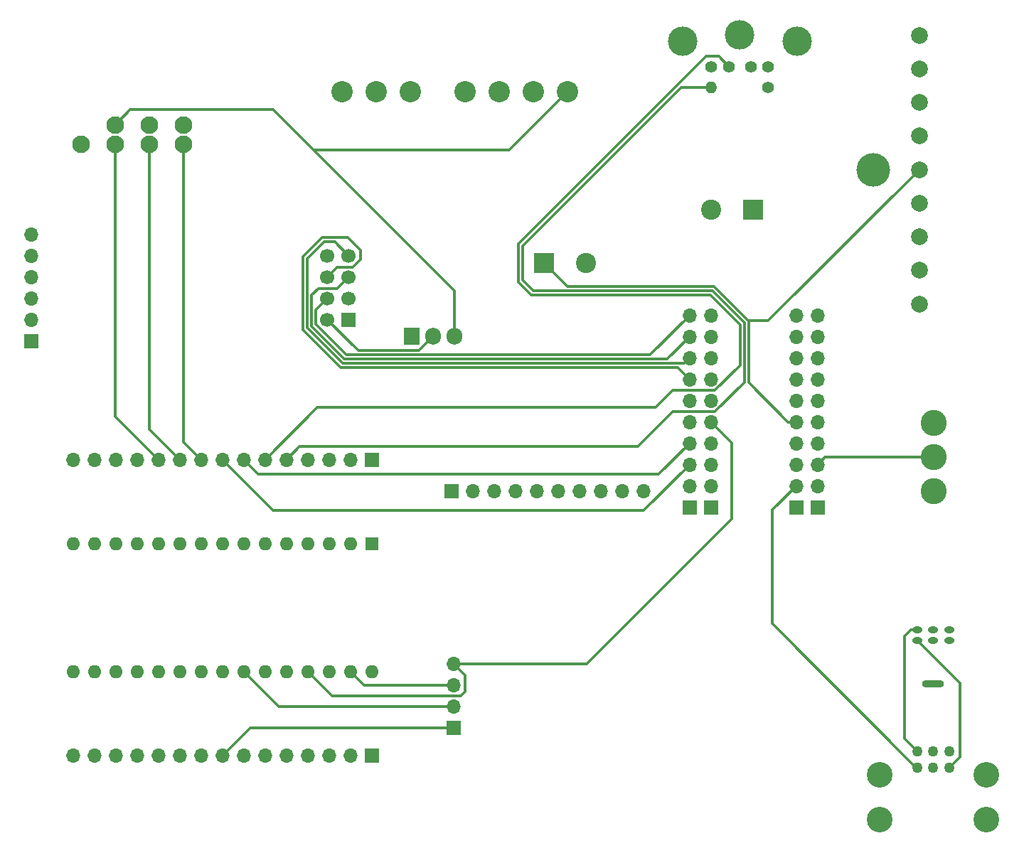
<source format=gbr>
%TF.GenerationSoftware,KiCad,Pcbnew,8.0.3*%
%TF.CreationDate,2024-06-28T16:27:34+02:00*%
%TF.ProjectId,multiradio,6d756c74-6972-4616-9469-6f2e6b696361,rev?*%
%TF.SameCoordinates,Original*%
%TF.FileFunction,Copper,L2,Bot*%
%TF.FilePolarity,Positive*%
%FSLAX46Y46*%
G04 Gerber Fmt 4.6, Leading zero omitted, Abs format (unit mm)*
G04 Created by KiCad (PCBNEW 8.0.3) date 2024-06-28 16:27:34*
%MOMM*%
%LPD*%
G01*
G04 APERTURE LIST*
%TA.AperFunction,ComponentPad*%
%ADD10R,1.700000X1.700000*%
%TD*%
%TA.AperFunction,ComponentPad*%
%ADD11O,1.700000X1.700000*%
%TD*%
%TA.AperFunction,ComponentPad*%
%ADD12C,3.048000*%
%TD*%
%TA.AperFunction,ComponentPad*%
%ADD13C,1.270000*%
%TD*%
%TA.AperFunction,ComponentPad*%
%ADD14C,4.000000*%
%TD*%
%TA.AperFunction,ComponentPad*%
%ADD15C,2.000000*%
%TD*%
%TA.AperFunction,ComponentPad*%
%ADD16R,2.400000X2.400000*%
%TD*%
%TA.AperFunction,ComponentPad*%
%ADD17C,2.400000*%
%TD*%
%TA.AperFunction,ComponentPad*%
%ADD18C,2.540000*%
%TD*%
%TA.AperFunction,ComponentPad*%
%ADD19R,1.905000X2.000000*%
%TD*%
%TA.AperFunction,ComponentPad*%
%ADD20O,1.905000X2.000000*%
%TD*%
%TA.AperFunction,ComponentPad*%
%ADD21C,3.100000*%
%TD*%
%TA.AperFunction,ComponentPad*%
%ADD22O,2.650000X0.850000*%
%TD*%
%TA.AperFunction,ComponentPad*%
%ADD23O,1.200000X0.800000*%
%TD*%
%TA.AperFunction,ComponentPad*%
%ADD24C,1.422400*%
%TD*%
%TA.AperFunction,ComponentPad*%
%ADD25O,1.422400X1.422400*%
%TD*%
%TA.AperFunction,ComponentPad*%
%ADD26C,3.500000*%
%TD*%
%TA.AperFunction,ComponentPad*%
%ADD27C,2.100000*%
%TD*%
%TA.AperFunction,ComponentPad*%
%ADD28C,1.700000*%
%TD*%
%TA.AperFunction,ComponentPad*%
%ADD29R,1.600000X1.600000*%
%TD*%
%TA.AperFunction,ComponentPad*%
%ADD30O,1.600000X1.600000*%
%TD*%
%TA.AperFunction,Conductor*%
%ADD31C,0.300000*%
%TD*%
G04 APERTURE END LIST*
D10*
%TO.P,Display1,1,SDA*%
%TO.N,Net-(A1-A4)*%
X133537000Y-121365000D03*
D11*
%TO.P,Display1,2,SCL*%
%TO.N,Net-(A1-A5)*%
X133537000Y-118825000D03*
%TO.P,Display1,3,GND*%
%TO.N,Net-(3v3_regulator1-GND)*%
X133537000Y-116285000D03*
%TO.P,Display1,4,VCC*%
%TO.N,Net-(3v3_regulator1-VI)*%
X133537000Y-113745000D03*
%TD*%
D12*
%TO.P,wii1,*%
%TO.N,*%
X196996750Y-132334000D03*
X196996750Y-127000000D03*
X184296750Y-132334000D03*
X184296750Y-127000000D03*
D13*
%TO.P,wii1,1,VCC_3.3V*%
%TO.N,Net-(3v3_regulator1-VO)*%
X188741750Y-124206000D03*
%TO.P,wii1,2,SCL*%
%TO.N,Net-(U2-LV2)*%
X188741750Y-126111000D03*
%TO.P,wii1,3,Detect_device*%
%TO.N,unconnected-(wii1-Detect_device-Pad3)*%
X190646750Y-124206000D03*
%TO.P,wii1,4,NC*%
%TO.N,unconnected-(wii1-NC-Pad4)*%
X190646750Y-126111000D03*
%TO.P,wii1,5,SDA*%
%TO.N,Net-(U2-LV1)*%
X192551750Y-124206000D03*
%TO.P,wii1,6,GND*%
%TO.N,Net-(3v3_regulator1-GND)*%
X192551750Y-126111000D03*
%TD*%
D14*
%TO.P,Playstation1,*%
%TO.N,*%
X183476000Y-54888000D03*
D15*
%TO.P,Playstation1,1,DATA*%
%TO.N,Net-(Playstation1-DATA)*%
X188976000Y-70888000D03*
%TO.P,Playstation1,2,CMD*%
%TO.N,Net-(Playstation1-CMD)*%
X188976000Y-66888000D03*
%TO.P,Playstation1,3,MOTOR*%
%TO.N,unconnected-(Playstation1-MOTOR-Pad3)*%
X188976000Y-62888000D03*
%TO.P,Playstation1,4,GND*%
%TO.N,Net-(3v3_regulator1-GND)*%
X188976000Y-58888000D03*
%TO.P,Playstation1,5,3.3V*%
%TO.N,Net-(3v3_regulator1-VO)*%
X188976000Y-54888000D03*
%TO.P,Playstation1,6,ATTN*%
%TO.N,Net-(Playstation1-ATTN)*%
X188976000Y-50888000D03*
%TO.P,Playstation1,7,CLK*%
%TO.N,Net-(Playstation1-CLK)*%
X188976000Y-46888000D03*
%TO.P,Playstation1,8,NC*%
%TO.N,unconnected-(Playstation1-NC-Pad8)*%
X188976000Y-42888000D03*
%TO.P,Playstation1,9,ACK*%
%TO.N,unconnected-(Playstation1-ACK-Pad9)*%
X188976000Y-38888000D03*
%TD*%
D16*
%TO.P,C2,1*%
%TO.N,Net-(3v3_regulator1-VO)*%
X144272000Y-66040000D03*
D17*
%TO.P,C2,2*%
%TO.N,Net-(3v3_regulator1-GND)*%
X149272000Y-66040000D03*
%TD*%
D18*
%TO.P,Snes1,1,5V*%
%TO.N,Net-(3v3_regulator1-VI)*%
X147121000Y-45564750D03*
%TO.P,Snes1,2,CLK*%
%TO.N,Net-(A1-D8)*%
X143057000Y-45564750D03*
%TO.P,Snes1,3,LTCH*%
%TO.N,Net-(A1-D7)*%
X138993000Y-45564750D03*
%TO.P,Snes1,4,DATA*%
%TO.N,Net-(A1-D6)*%
X134929000Y-45564750D03*
%TO.P,Snes1,5*%
%TO.N,N/C*%
X128365000Y-45564750D03*
%TO.P,Snes1,6*%
X124301000Y-45564750D03*
%TO.P,Snes1,7,GND*%
%TO.N,Net-(3v3_regulator1-GND)*%
X120237000Y-45564750D03*
%TD*%
D19*
%TO.P,3v3_regulator1,1,GND*%
%TO.N,Net-(3v3_regulator1-GND)*%
X128524000Y-74762000D03*
D20*
%TO.P,3v3_regulator1,2,VO*%
%TO.N,Net-(3v3_regulator1-VO)*%
X131064000Y-74762000D03*
%TO.P,3v3_regulator1,3,VI*%
%TO.N,Net-(3v3_regulator1-VI)*%
X133604000Y-74762000D03*
%TD*%
D21*
%TO.P,N64_controller1,1,3.3v*%
%TO.N,Net-(3v3_regulator1-VO)*%
X190647000Y-85090000D03*
%TO.P,N64_controller1,2,DATA*%
%TO.N,Net-(N64_controller1-DATA)*%
X190647000Y-89154000D03*
%TO.P,N64_controller1,3,GND*%
%TO.N,Net-(3v3_regulator1-GND)*%
X190647000Y-93218000D03*
%TD*%
D10*
%TO.P,MPU1,1,VCC*%
%TO.N,Net-(3v3_regulator1-VI)*%
X133312000Y-93161000D03*
D11*
%TO.P,MPU1,2,GND*%
%TO.N,Net-(3v3_regulator1-GND)*%
X135852000Y-93161000D03*
%TO.P,MPU1,3,SCL*%
%TO.N,Net-(A1-A5)*%
X138392000Y-93161000D03*
%TO.P,MPU1,4,SDA*%
%TO.N,Net-(A1-A4)*%
X140932000Y-93161000D03*
%TO.P,MPU1,5,EDA*%
%TO.N,unconnected-(MPU1-EDA-Pad5)*%
X143472000Y-93161000D03*
%TO.P,MPU1,6,ECL*%
%TO.N,unconnected-(MPU1-ECL-Pad6)*%
X146012000Y-93161000D03*
%TO.P,MPU1,7,ADO*%
%TO.N,unconnected-(MPU1-ADO-Pad7)*%
X148552000Y-93161000D03*
%TO.P,MPU1,8,INT*%
%TO.N,unconnected-(MPU1-INT-Pad8)*%
X151092000Y-93161000D03*
%TO.P,MPU1,9,NCS*%
%TO.N,unconnected-(MPU1-NCS-Pad9)*%
X153632000Y-93161000D03*
%TO.P,MPU1,10,FSYNC*%
%TO.N,unconnected-(MPU1-FSYNC-Pad10)*%
X156172000Y-93161000D03*
%TD*%
D22*
%TO.P,Gamecube1,0*%
%TO.N,N/C*%
X190646750Y-116097000D03*
D23*
%TO.P,Gamecube1,1,5v*%
%TO.N,unconnected-(Gamecube1-5v-Pad1)*%
X192556750Y-110982000D03*
%TO.P,Gamecube1,2,DATA*%
%TO.N,Net-(Gamecube1-DATA)*%
X190646750Y-110982000D03*
%TO.P,Gamecube1,3,GND*%
%TO.N,Net-(3v3_regulator1-GND)*%
X188736750Y-110982000D03*
%TO.P,Gamecube1,4,GND*%
X192556750Y-109712000D03*
%TO.P,Gamecube1,5,NC*%
%TO.N,unconnected-(Gamecube1-NC-Pad5)*%
X190646750Y-109712000D03*
%TO.P,Gamecube1,6,3.3v*%
%TO.N,Net-(3v3_regulator1-VO)*%
X188736750Y-109712000D03*
%TD*%
D16*
%TO.P,C1,1*%
%TO.N,Net-(3v3_regulator1-VI)*%
X169175729Y-59690000D03*
D17*
%TO.P,C1,2*%
%TO.N,Net-(3v3_regulator1-GND)*%
X164175729Y-59690000D03*
%TD*%
D24*
%TO.P,ps/2_connector1,1*%
%TO.N,unconnected-(ps/2_connector1-Pad1)*%
X170994000Y-45115000D03*
%TO.P,ps/2_connector1,2,5v*%
%TO.N,Net-(3v3_regulator1-VI)*%
X170994000Y-42615000D03*
%TO.P,ps/2_connector1,3*%
%TO.N,unconnected-(ps/2_connector1-Pad3)*%
X168894000Y-42615000D03*
%TO.P,ps/2_connector1,4,DATA*%
%TO.N,Net-(A1-D3)*%
X166294000Y-42615000D03*
%TO.P,ps/2_connector1,5,GND*%
%TO.N,Net-(3v3_regulator1-GND)*%
X164194000Y-42615000D03*
D25*
%TO.P,ps/2_connector1,6,CLK*%
%TO.N,Net-(A1-D2)*%
X164194000Y-45065000D03*
D26*
%TO.P,ps/2_connector1,SH1*%
%TO.N,N/C*%
X174394000Y-39615000D03*
%TO.P,ps/2_connector1,SH2*%
X167594000Y-38815000D03*
%TO.P,ps/2_connector1,SH3*%
X160844000Y-39615000D03*
%TD*%
D10*
%TO.P,U2,1,LV1*%
%TO.N,Net-(U2-LV1)*%
X176857000Y-95094500D03*
X174317000Y-95094500D03*
D11*
%TO.P,U2,2,LV2*%
%TO.N,Net-(U2-LV2)*%
X176857000Y-92554500D03*
X174317000Y-92554500D03*
%TO.P,U2,3,LV3*%
%TO.N,Net-(N64_controller1-DATA)*%
X176857000Y-90014500D03*
X174317000Y-90014500D03*
%TO.P,U2,4,LV4*%
%TO.N,Net-(Gamecube1-DATA)*%
X176857000Y-87474500D03*
X174317000Y-87474500D03*
%TO.P,U2,5,LV*%
%TO.N,Net-(3v3_regulator1-VO)*%
X176857000Y-84934500D03*
X174317000Y-84934500D03*
%TO.P,U2,6,GND*%
%TO.N,Net-(3v3_regulator1-GND)*%
X176857000Y-82394500D03*
X174317000Y-82394500D03*
%TO.P,U2,7,LV5*%
%TO.N,Net-(Playstation1-CMD)*%
X176857000Y-79854500D03*
X174317000Y-79854500D03*
%TO.P,U2,8,LV6*%
%TO.N,Net-(Playstation1-DATA)*%
X176857000Y-77314500D03*
X174317000Y-77314500D03*
%TO.P,U2,9,LV7*%
%TO.N,Net-(Playstation1-CLK)*%
X176857000Y-74774500D03*
X174317000Y-74774500D03*
%TO.P,U2,10,LV8*%
%TO.N,Net-(Playstation1-ATTN)*%
X176857000Y-72234500D03*
X174317000Y-72234500D03*
D10*
%TO.P,U2,11,HV1*%
%TO.N,Net-(A1-A4)*%
X164157000Y-95094500D03*
X161617000Y-95094500D03*
D11*
%TO.P,U2,12,HV2*%
%TO.N,Net-(A1-A5)*%
X164157000Y-92554500D03*
X161617000Y-92554500D03*
%TO.P,U2,13,HV3*%
%TO.N,Net-(A1-D5)*%
X164157000Y-90014500D03*
X161617000Y-90014500D03*
%TO.P,U2,14,HV4*%
%TO.N,Net-(A1-D4)*%
X164157000Y-87474500D03*
X161617000Y-87474500D03*
%TO.P,U2,15,HV*%
%TO.N,Net-(3v3_regulator1-VI)*%
X164157000Y-84934500D03*
X161617000Y-84934500D03*
%TO.P,U2,16,GND*%
%TO.N,Net-(3v3_regulator1-GND)*%
X164157000Y-82394500D03*
X161617000Y-82394500D03*
%TO.P,U2,17,HV5*%
%TO.N,Net-(A1-D11)*%
X164157000Y-79854500D03*
X161617000Y-79854500D03*
%TO.P,U2,18,HV6*%
%TO.N,Net-(A1-D12)*%
X164157000Y-77314500D03*
X161617000Y-77314500D03*
%TO.P,U2,19,HV7*%
%TO.N,Net-(A1-D13)*%
X164157000Y-74774500D03*
X161617000Y-74774500D03*
%TO.P,U2,20,HV8*%
%TO.N,Net-(A1-D10)*%
X164157000Y-72234500D03*
X161617000Y-72234500D03*
%TD*%
D27*
%TO.P,Nes1,1,5V*%
%TO.N,Net-(3v3_regulator1-VI)*%
X93218000Y-49568600D03*
%TO.P,Nes1,2,CLK*%
%TO.N,Net-(A1-D8)*%
X93218000Y-51880000D03*
%TO.P,Nes1,3,LTCH*%
%TO.N,Net-(A1-D7)*%
X97282000Y-51880000D03*
%TO.P,Nes1,4,DATA*%
%TO.N,Net-(A1-D6)*%
X101346000Y-51880000D03*
%TO.P,Nes1,5*%
%TO.N,N/C*%
X97282000Y-49568600D03*
%TO.P,Nes1,6*%
X101346000Y-49568600D03*
%TO.P,Nes1,7,GND*%
%TO.N,Net-(3v3_regulator1-GND)*%
X89154000Y-51880000D03*
%TD*%
D10*
%TO.P,NRF1,*%
%TO.N,*%
X83275000Y-75295000D03*
D11*
X83275000Y-72755000D03*
X83275000Y-70215000D03*
X83275000Y-67675000D03*
X83275000Y-65135000D03*
X83275000Y-62595000D03*
D10*
%TO.P,NRF1,1,GND*%
%TO.N,Net-(3v3_regulator1-GND)*%
X121013000Y-72755000D03*
D28*
%TO.P,NRF1,2,VCC*%
%TO.N,Net-(3v3_regulator1-VO)*%
X118473000Y-72755000D03*
%TO.P,NRF1,3,CE*%
%TO.N,Net-(A1-D9)*%
X121013000Y-70215000D03*
%TO.P,NRF1,4,~{CSN}*%
%TO.N,Net-(A1-D10)*%
X118473000Y-70215000D03*
%TO.P,NRF1,5,SCK*%
%TO.N,Net-(A1-D13)*%
X121013000Y-67675000D03*
%TO.P,NRF1,6,MOSI*%
%TO.N,Net-(A1-D11)*%
X118473000Y-67675000D03*
%TO.P,NRF1,7,MISO*%
%TO.N,Net-(A1-D12)*%
X121013000Y-65135000D03*
%TO.P,NRF1,8,IRQ*%
%TO.N,unconnected-(NRF1-IRQ-Pad8)*%
X118473000Y-65135000D03*
%TD*%
D10*
%TO.P,A1,1,D1/TX*%
%TO.N,unconnected-(A1-D1{slash}TX-Pad1)*%
X123797000Y-89445000D03*
D29*
X123797000Y-99444857D03*
D11*
%TO.P,A1,2,D0/RX*%
%TO.N,unconnected-(A1-D0{slash}RX-Pad2)*%
X121257000Y-89445000D03*
D30*
X121257000Y-99444857D03*
D11*
%TO.P,A1,3,~{RESET}*%
%TO.N,unconnected-(A1-~{RESET}-Pad3)*%
X118717000Y-89445000D03*
D30*
X118717000Y-99444857D03*
D11*
%TO.P,A1,4,GND*%
%TO.N,Net-(3v3_regulator1-GND)*%
X116177000Y-89445000D03*
D30*
X116177000Y-99444857D03*
D11*
%TO.P,A1,5,D2*%
%TO.N,Net-(A1-D2)*%
X113637000Y-89445000D03*
D30*
X113637000Y-99444857D03*
D11*
%TO.P,A1,6,D3*%
%TO.N,Net-(A1-D3)*%
X111097000Y-89445000D03*
D30*
X111097000Y-99444857D03*
D11*
%TO.P,A1,7,D4*%
%TO.N,Net-(A1-D4)*%
X108557000Y-89445000D03*
D30*
X108557000Y-99444857D03*
D11*
%TO.P,A1,8,D5*%
%TO.N,Net-(A1-D5)*%
X106017000Y-89445000D03*
D30*
X106017000Y-99444857D03*
D11*
%TO.P,A1,9,D6*%
%TO.N,Net-(A1-D6)*%
X103477000Y-89445000D03*
D30*
X103477000Y-99444857D03*
D11*
%TO.P,A1,10,D7*%
%TO.N,Net-(A1-D7)*%
X100937000Y-89445000D03*
D30*
X100937000Y-99444857D03*
D11*
%TO.P,A1,11,D8*%
%TO.N,Net-(A1-D8)*%
X98397000Y-89445000D03*
D30*
X98397000Y-99444857D03*
D11*
%TO.P,A1,12,D9*%
%TO.N,Net-(A1-D9)*%
X95857000Y-89445000D03*
D30*
X95857000Y-99444857D03*
D11*
%TO.P,A1,13,D10*%
%TO.N,Net-(A1-D10)*%
X93317000Y-89445000D03*
D30*
X93317000Y-99444857D03*
D11*
%TO.P,A1,14,D11*%
%TO.N,Net-(A1-D11)*%
X90777000Y-89445000D03*
D30*
X90777000Y-99444857D03*
D11*
%TO.P,A1,15,D12*%
%TO.N,Net-(A1-D12)*%
X88237000Y-89445000D03*
D30*
X88237000Y-99444857D03*
%TO.P,A1,16,D13*%
%TO.N,Net-(A1-D13)*%
X88237000Y-114684857D03*
D11*
X88237000Y-124685000D03*
D30*
%TO.P,A1,17,3V3*%
%TO.N,unconnected-(A1-3V3-Pad17)*%
X90777000Y-114684857D03*
D11*
X90777000Y-124685000D03*
D30*
%TO.P,A1,18,AREF*%
%TO.N,unconnected-(A1-AREF-Pad18)*%
X93317000Y-114684857D03*
D11*
X93317000Y-124685000D03*
D30*
%TO.P,A1,19,A0*%
%TO.N,unconnected-(A1-A0-Pad19)*%
X95857000Y-114684857D03*
D11*
X95857000Y-124685000D03*
D30*
%TO.P,A1,20,A1*%
%TO.N,unconnected-(A1-A1-Pad20)*%
X98397000Y-114684857D03*
D11*
X98397000Y-124685000D03*
D30*
%TO.P,A1,21,A2*%
%TO.N,unconnected-(A1-A2-Pad21)*%
X100937000Y-114684857D03*
D11*
X100937000Y-124685000D03*
D30*
%TO.P,A1,22,A3*%
%TO.N,unconnected-(A1-A3-Pad22)*%
X103477000Y-114684857D03*
D11*
X103477000Y-124685000D03*
D30*
%TO.P,A1,23,A4*%
%TO.N,Net-(A1-A4)*%
X106017000Y-114684857D03*
D11*
X106017000Y-124685000D03*
D30*
%TO.P,A1,24,A5*%
%TO.N,Net-(A1-A5)*%
X108557000Y-114684857D03*
D11*
X108557000Y-124685000D03*
D30*
%TO.P,A1,25,A6*%
%TO.N,unconnected-(A1-A6-Pad25)*%
X111097000Y-114684857D03*
D11*
X111097000Y-124685000D03*
D30*
%TO.P,A1,26,A7*%
%TO.N,unconnected-(A1-A7-Pad26)*%
X113637000Y-114684857D03*
D11*
X113637000Y-124685000D03*
D30*
%TO.P,A1,27,+5V*%
%TO.N,Net-(3v3_regulator1-VI)*%
X116177000Y-114684857D03*
D11*
X116177000Y-124685000D03*
D30*
%TO.P,A1,28,~{RESET}*%
%TO.N,unconnected-(A1-~{RESET}-Pad28)*%
X118717000Y-114684857D03*
D11*
X118717000Y-124685000D03*
D30*
%TO.P,A1,29,GND*%
%TO.N,Net-(3v3_regulator1-GND)*%
X121257000Y-114684857D03*
D11*
X121257000Y-124685000D03*
D30*
%TO.P,A1,30,VIN*%
%TO.N,unconnected-(A1-VIN-Pad30)*%
X123797000Y-114684857D03*
D10*
X123797000Y-124685000D03*
%TD*%
D31*
%TO.N,Net-(3v3_regulator1-VI)*%
X116840000Y-52578000D02*
X133604000Y-69342000D01*
X93218000Y-49568600D02*
X95034600Y-47752000D01*
X95034600Y-47752000D02*
X112014000Y-47752000D01*
X149399000Y-113745000D02*
X133537000Y-113745000D01*
X166624000Y-96520000D02*
X149399000Y-113745000D01*
X134365999Y-117602000D02*
X119094143Y-117602000D01*
X147121000Y-45564750D02*
X140107750Y-52578000D01*
X133537000Y-113745000D02*
X134874000Y-115082000D01*
X133604000Y-69342000D02*
X133604000Y-74762000D01*
X112014000Y-47752000D02*
X116840000Y-52578000D01*
X134874000Y-115082000D02*
X134874000Y-117093999D01*
X119094143Y-117602000D02*
X116177000Y-114684857D01*
X134874000Y-117093999D02*
X134365999Y-117602000D01*
X166624000Y-87401500D02*
X166624000Y-96520000D01*
X164157000Y-84934500D02*
X166624000Y-87401500D01*
X140107750Y-52578000D02*
X116840000Y-52578000D01*
%TO.N,Net-(3v3_regulator1-GND)*%
X193802000Y-124860750D02*
X192551750Y-126111000D01*
X133537000Y-116285000D02*
X122857143Y-116285000D01*
X188736750Y-110982000D02*
X193802000Y-116047250D01*
X122857143Y-116285000D02*
X121257000Y-114684857D01*
X193802000Y-116047250D02*
X193802000Y-124860750D01*
%TO.N,Net-(3v3_regulator1-VO)*%
X170966000Y-72898000D02*
X169164000Y-72898000D01*
X144272000Y-66040000D02*
X147066000Y-68834000D01*
X187976000Y-109712000D02*
X187198000Y-110490000D01*
X118473000Y-72755000D02*
X122172000Y-76454000D01*
X129372000Y-76454000D02*
X131064000Y-74762000D01*
X173326500Y-84934500D02*
X174317000Y-84934500D01*
X147066000Y-68834000D02*
X164537106Y-68834000D01*
X168648000Y-72898000D02*
X168648000Y-80256000D01*
X188976000Y-54888000D02*
X170966000Y-72898000D01*
X169164000Y-72898000D02*
X168648000Y-72898000D01*
X164537106Y-68834000D02*
X168601106Y-72898000D01*
X187198000Y-122662250D02*
X188741750Y-124206000D01*
X187198000Y-110490000D02*
X187198000Y-122662250D01*
X188736750Y-109712000D02*
X187976000Y-109712000D01*
X168601106Y-72898000D02*
X169164000Y-72898000D01*
X168648000Y-80256000D02*
X173326500Y-84934500D01*
X122172000Y-76454000D02*
X129372000Y-76454000D01*
%TO.N,Net-(A1-D7)*%
X97282000Y-85790000D02*
X100937000Y-89445000D01*
X97282000Y-51880000D02*
X97282000Y-85790000D01*
%TO.N,Net-(A1-D5)*%
X112076000Y-95504000D02*
X156127500Y-95504000D01*
X106017000Y-89445000D02*
X112076000Y-95504000D01*
X156127500Y-95504000D02*
X161617000Y-90014500D01*
%TO.N,Net-(A1-A5)*%
X112697143Y-118825000D02*
X108557000Y-114684857D01*
X133537000Y-118825000D02*
X112697143Y-118825000D01*
%TO.N,Net-(A1-D3)*%
X164654057Y-81194500D02*
X159597500Y-81194500D01*
X141224000Y-68271106D02*
X142794894Y-69842000D01*
X142794894Y-69842000D02*
X164130894Y-69842000D01*
X165081000Y-41402000D02*
X163576000Y-41402000D01*
X157557500Y-83234500D02*
X117307500Y-83234500D01*
X166294000Y-42615000D02*
X165081000Y-41402000D01*
X117307500Y-83234500D02*
X111097000Y-89445000D01*
X159597500Y-81194500D02*
X157557500Y-83234500D01*
X164130894Y-69842000D02*
X167648000Y-73359107D01*
X141224000Y-63754000D02*
X141224000Y-68271106D01*
X167648000Y-73359107D02*
X167648000Y-78200557D01*
X163576000Y-41402000D02*
X141224000Y-63754000D01*
X167648000Y-78200557D02*
X164654057Y-81194500D01*
%TO.N,Net-(A1-D11)*%
X121554529Y-66475000D02*
X122428000Y-65601529D01*
X115586000Y-73974661D02*
X120081339Y-78470000D01*
X160232500Y-78470000D02*
X161617000Y-79854500D01*
X115586000Y-65262000D02*
X115586000Y-73974661D01*
X119673000Y-66475000D02*
X121554529Y-66475000D01*
X120081339Y-78470000D02*
X160232500Y-78470000D01*
X120904000Y-62992000D02*
X117856000Y-62992000D01*
X122428000Y-64516000D02*
X120904000Y-62992000D01*
X122428000Y-65601529D02*
X122428000Y-64516000D01*
X118473000Y-67675000D02*
X119673000Y-66475000D01*
X117856000Y-62992000D02*
X115586000Y-65262000D01*
%TO.N,Net-(A1-D12)*%
X116086000Y-73740107D02*
X120315893Y-77970000D01*
X160961500Y-77970000D02*
X161617000Y-77314500D01*
X119370000Y-63492000D02*
X118118000Y-63492000D01*
X121013000Y-65135000D02*
X119370000Y-63492000D01*
X116086000Y-65524000D02*
X116086000Y-73740107D01*
X120315893Y-77970000D02*
X160961500Y-77970000D01*
X118118000Y-63492000D02*
X116086000Y-65524000D01*
%TO.N,Net-(A1-D8)*%
X93218000Y-51880000D02*
X93218000Y-84266000D01*
X93218000Y-84266000D02*
X98397000Y-89445000D01*
%TO.N,Net-(A1-D4)*%
X110298000Y-91186000D02*
X157905500Y-91186000D01*
X108557000Y-89445000D02*
X110298000Y-91186000D01*
X157905500Y-91186000D02*
X161617000Y-87474500D01*
%TO.N,Net-(A1-D2)*%
X159597500Y-83734500D02*
X155448000Y-87884000D01*
X141732000Y-68072000D02*
X143002000Y-69342000D01*
X164194000Y-45065000D02*
X160620106Y-45065000D01*
X155448000Y-87884000D02*
X115198000Y-87884000D01*
X141732000Y-63953106D02*
X141732000Y-68072000D01*
X168148000Y-80240557D02*
X164654057Y-83734500D01*
X143002000Y-69342000D02*
X164338000Y-69342000D01*
X164654057Y-83734500D02*
X159597500Y-83734500D01*
X115198000Y-87884000D02*
X113637000Y-89445000D01*
X160620106Y-45065000D02*
X141732000Y-63953106D01*
X164338000Y-69342000D02*
X168148000Y-73152000D01*
X168148000Y-73152000D02*
X168148000Y-80240557D01*
%TO.N,Net-(A1-D10)*%
X156889500Y-76962000D02*
X161617000Y-72234500D01*
X117086000Y-73325895D02*
X120722105Y-76962000D01*
X118473000Y-70215000D02*
X117086000Y-71602000D01*
X120722105Y-76962000D02*
X156889500Y-76962000D01*
X117086000Y-71602000D02*
X117086000Y-73325895D01*
%TO.N,Net-(A1-D13)*%
X116586000Y-73533001D02*
X120522999Y-77470000D01*
X120522999Y-77470000D02*
X158921500Y-77470000D01*
X158921500Y-77470000D02*
X161617000Y-74774500D01*
X117421000Y-69015000D02*
X116586000Y-69850000D01*
X116586000Y-69850000D02*
X116586000Y-73533001D01*
X121013000Y-67675000D02*
X119673000Y-69015000D01*
X119673000Y-69015000D02*
X117421000Y-69015000D01*
%TO.N,Net-(A1-D6)*%
X101346000Y-51880000D02*
X101346000Y-87314000D01*
X101346000Y-87314000D02*
X103477000Y-89445000D01*
%TO.N,Net-(A1-A4)*%
X109337000Y-121365000D02*
X106017000Y-124685000D01*
X133537000Y-121365000D02*
X109337000Y-121365000D01*
%TO.N,Net-(N64_controller1-DATA)*%
X190647000Y-89154000D02*
X177717500Y-89154000D01*
X177717500Y-89154000D02*
X176857000Y-90014500D01*
%TO.N,Net-(U2-LV2)*%
X171450000Y-95421500D02*
X174317000Y-92554500D01*
X188595000Y-126111000D02*
X171450000Y-108966000D01*
X171450000Y-108966000D02*
X171450000Y-95421500D01*
X188741750Y-126111000D02*
X188595000Y-126111000D01*
%TD*%
M02*

</source>
